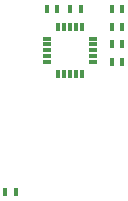
<source format=gtp>
G04*
G04 #@! TF.GenerationSoftware,Altium Limited,Altium Designer,25.1.2 (22)*
G04*
G04 Layer_Color=8421504*
%FSLAX44Y44*%
%MOMM*%
G71*
G04*
G04 #@! TF.SameCoordinates,85039238-F816-4201-8C18-7450F5A1B5F2*
G04*
G04*
G04 #@! TF.FilePolarity,Positive*
G04*
G01*
G75*
%ADD12R,0.3000X0.7300*%
%ADD13R,0.7300X0.3000*%
%ADD14R,0.4000X0.7000*%
D12*
X255000Y194650D02*
D03*
X260000D02*
D03*
X265000D02*
D03*
X270000D02*
D03*
X275000D02*
D03*
Y155350D02*
D03*
X270000D02*
D03*
X265000D02*
D03*
X260000D02*
D03*
X255000D02*
D03*
D13*
X284650Y185000D02*
D03*
Y180000D02*
D03*
Y175000D02*
D03*
Y170000D02*
D03*
Y165000D02*
D03*
X245350D02*
D03*
Y170000D02*
D03*
Y175000D02*
D03*
Y180000D02*
D03*
Y185000D02*
D03*
D14*
X210500Y55000D02*
D03*
X219500D02*
D03*
X309500Y165000D02*
D03*
X300500D02*
D03*
X309500Y210000D02*
D03*
X300500D02*
D03*
Y195000D02*
D03*
X309500D02*
D03*
X300500Y180000D02*
D03*
X309500D02*
D03*
X274500Y210000D02*
D03*
X265500D02*
D03*
X245500D02*
D03*
X254500D02*
D03*
M02*

</source>
